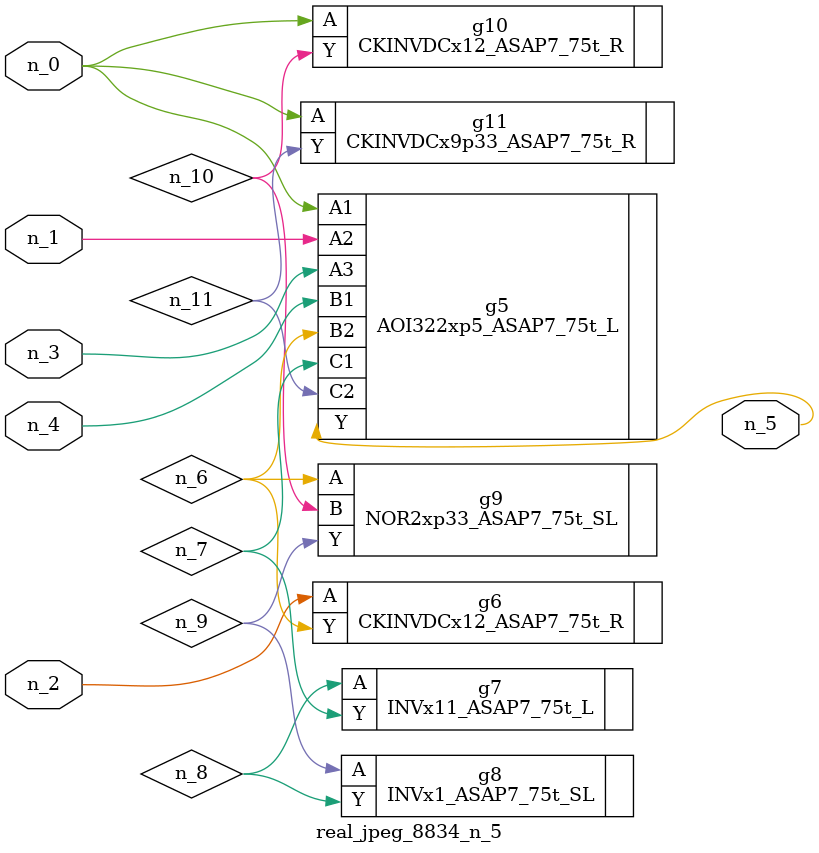
<source format=v>
module real_jpeg_8834_n_5 (n_4, n_0, n_1, n_2, n_3, n_5);

input n_4;
input n_0;
input n_1;
input n_2;
input n_3;

output n_5;

wire n_8;
wire n_11;
wire n_6;
wire n_7;
wire n_10;
wire n_9;

AOI322xp5_ASAP7_75t_L g5 ( 
.A1(n_0),
.A2(n_1),
.A3(n_3),
.B1(n_4),
.B2(n_6),
.C1(n_7),
.C2(n_11),
.Y(n_5)
);

CKINVDCx12_ASAP7_75t_R g10 ( 
.A(n_0),
.Y(n_10)
);

CKINVDCx9p33_ASAP7_75t_R g11 ( 
.A(n_0),
.Y(n_11)
);

CKINVDCx12_ASAP7_75t_R g6 ( 
.A(n_2),
.Y(n_6)
);

NOR2xp33_ASAP7_75t_SL g9 ( 
.A(n_6),
.B(n_10),
.Y(n_9)
);

INVx11_ASAP7_75t_L g7 ( 
.A(n_8),
.Y(n_7)
);

INVx1_ASAP7_75t_SL g8 ( 
.A(n_9),
.Y(n_8)
);


endmodule
</source>
